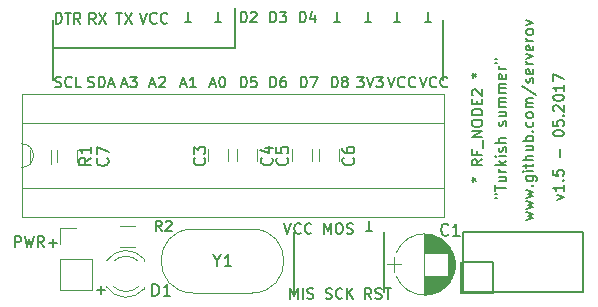
<source format=gto>
G04 #@! TF.FileFunction,Legend,Top*
%FSLAX46Y46*%
G04 Gerber Fmt 4.6, Leading zero omitted, Abs format (unit mm)*
G04 Created by KiCad (PCBNEW 4.0.6) date 05/18/17 21:56:45*
%MOMM*%
%LPD*%
G01*
G04 APERTURE LIST*
%ADD10C,0.100000*%
%ADD11C,0.200000*%
%ADD12C,0.150000*%
%ADD13C,0.120000*%
G04 APERTURE END LIST*
D10*
D11*
X119700000Y-69400000D02*
X104300000Y-69400000D01*
D12*
X101042858Y-86207143D02*
X101042858Y-85307143D01*
X101385715Y-85307143D01*
X101471429Y-85350000D01*
X101514286Y-85392857D01*
X101557143Y-85478571D01*
X101557143Y-85607143D01*
X101514286Y-85692857D01*
X101471429Y-85735714D01*
X101385715Y-85778571D01*
X101042858Y-85778571D01*
X101857143Y-85307143D02*
X102071429Y-86207143D01*
X102242858Y-85564286D01*
X102414286Y-86207143D01*
X102628572Y-85307143D01*
X103485714Y-86207143D02*
X103185714Y-85778571D01*
X102971429Y-86207143D02*
X102971429Y-85307143D01*
X103314286Y-85307143D01*
X103400000Y-85350000D01*
X103442857Y-85392857D01*
X103485714Y-85478571D01*
X103485714Y-85607143D01*
X103442857Y-85692857D01*
X103400000Y-85735714D01*
X103314286Y-85778571D01*
X102971429Y-85778571D01*
X103871429Y-85864286D02*
X104557143Y-85864286D01*
X104214286Y-86207143D02*
X104214286Y-85521429D01*
X107957143Y-89864286D02*
X108642857Y-89864286D01*
X108300000Y-90207143D02*
X108300000Y-89521429D01*
X141707143Y-82071427D02*
X141878571Y-82071427D01*
X141707143Y-81728570D02*
X141878571Y-81728570D01*
X141707143Y-81471428D02*
X141707143Y-80957142D01*
X142607143Y-81214285D02*
X141707143Y-81214285D01*
X142007143Y-80271428D02*
X142607143Y-80271428D01*
X142007143Y-80657142D02*
X142478571Y-80657142D01*
X142564286Y-80614285D01*
X142607143Y-80528571D01*
X142607143Y-80399999D01*
X142564286Y-80314285D01*
X142521429Y-80271428D01*
X142607143Y-79842856D02*
X142007143Y-79842856D01*
X142178571Y-79842856D02*
X142092857Y-79799999D01*
X142050000Y-79757142D01*
X142007143Y-79671428D01*
X142007143Y-79585713D01*
X142607143Y-79285713D02*
X141707143Y-79285713D01*
X142264286Y-79199999D02*
X142607143Y-78942856D01*
X142007143Y-78942856D02*
X142350000Y-79285713D01*
X142607143Y-78557142D02*
X142007143Y-78557142D01*
X141707143Y-78557142D02*
X141750000Y-78599999D01*
X141792857Y-78557142D01*
X141750000Y-78514285D01*
X141707143Y-78557142D01*
X141792857Y-78557142D01*
X142564286Y-78171428D02*
X142607143Y-78085714D01*
X142607143Y-77914286D01*
X142564286Y-77828571D01*
X142478571Y-77785714D01*
X142435714Y-77785714D01*
X142350000Y-77828571D01*
X142307143Y-77914286D01*
X142307143Y-78042857D01*
X142264286Y-78128571D01*
X142178571Y-78171428D01*
X142135714Y-78171428D01*
X142050000Y-78128571D01*
X142007143Y-78042857D01*
X142007143Y-77914286D01*
X142050000Y-77828571D01*
X142607143Y-77400000D02*
X141707143Y-77400000D01*
X142607143Y-77014286D02*
X142135714Y-77014286D01*
X142050000Y-77057143D01*
X142007143Y-77142857D01*
X142007143Y-77271429D01*
X142050000Y-77357143D01*
X142092857Y-77400000D01*
X142564286Y-75942857D02*
X142607143Y-75857143D01*
X142607143Y-75685715D01*
X142564286Y-75600000D01*
X142478571Y-75557143D01*
X142435714Y-75557143D01*
X142350000Y-75600000D01*
X142307143Y-75685715D01*
X142307143Y-75814286D01*
X142264286Y-75900000D01*
X142178571Y-75942857D01*
X142135714Y-75942857D01*
X142050000Y-75900000D01*
X142007143Y-75814286D01*
X142007143Y-75685715D01*
X142050000Y-75600000D01*
X142007143Y-74785715D02*
X142607143Y-74785715D01*
X142007143Y-75171429D02*
X142478571Y-75171429D01*
X142564286Y-75128572D01*
X142607143Y-75042858D01*
X142607143Y-74914286D01*
X142564286Y-74828572D01*
X142521429Y-74785715D01*
X142607143Y-74357143D02*
X142007143Y-74357143D01*
X142092857Y-74357143D02*
X142050000Y-74314286D01*
X142007143Y-74228572D01*
X142007143Y-74100000D01*
X142050000Y-74014286D01*
X142135714Y-73971429D01*
X142607143Y-73971429D01*
X142135714Y-73971429D02*
X142050000Y-73928572D01*
X142007143Y-73842858D01*
X142007143Y-73714286D01*
X142050000Y-73628572D01*
X142135714Y-73585715D01*
X142607143Y-73585715D01*
X142607143Y-73157143D02*
X142007143Y-73157143D01*
X142092857Y-73157143D02*
X142050000Y-73114286D01*
X142007143Y-73028572D01*
X142007143Y-72900000D01*
X142050000Y-72814286D01*
X142135714Y-72771429D01*
X142607143Y-72771429D01*
X142135714Y-72771429D02*
X142050000Y-72728572D01*
X142007143Y-72642858D01*
X142007143Y-72514286D01*
X142050000Y-72428572D01*
X142135714Y-72385715D01*
X142607143Y-72385715D01*
X142564286Y-71614286D02*
X142607143Y-71700000D01*
X142607143Y-71871429D01*
X142564286Y-71957143D01*
X142478571Y-72000000D01*
X142135714Y-72000000D01*
X142050000Y-71957143D01*
X142007143Y-71871429D01*
X142007143Y-71700000D01*
X142050000Y-71614286D01*
X142135714Y-71571429D01*
X142221429Y-71571429D01*
X142307143Y-72000000D01*
X142607143Y-71185714D02*
X142007143Y-71185714D01*
X142178571Y-71185714D02*
X142092857Y-71142857D01*
X142050000Y-71100000D01*
X142007143Y-71014286D01*
X142007143Y-70928571D01*
X141707143Y-70671428D02*
X141878571Y-70671428D01*
X141707143Y-70328571D02*
X141878571Y-70328571D01*
X146907143Y-82214286D02*
X147507143Y-82000000D01*
X146907143Y-81785714D01*
X147507143Y-80971429D02*
X147507143Y-81485714D01*
X147507143Y-81228572D02*
X146607143Y-81228572D01*
X146735714Y-81314286D01*
X146821429Y-81400000D01*
X146864286Y-81485714D01*
X147421429Y-80585714D02*
X147464286Y-80542857D01*
X147507143Y-80585714D01*
X147464286Y-80628571D01*
X147421429Y-80585714D01*
X147507143Y-80585714D01*
X146607143Y-79728572D02*
X146607143Y-80157143D01*
X147035714Y-80200000D01*
X146992857Y-80157143D01*
X146950000Y-80071429D01*
X146950000Y-79857143D01*
X146992857Y-79771429D01*
X147035714Y-79728572D01*
X147121429Y-79685715D01*
X147335714Y-79685715D01*
X147421429Y-79728572D01*
X147464286Y-79771429D01*
X147507143Y-79857143D01*
X147507143Y-80071429D01*
X147464286Y-80157143D01*
X147421429Y-80200000D01*
X147164286Y-78614286D02*
X147164286Y-77928572D01*
X146607143Y-76642858D02*
X146607143Y-76557143D01*
X146650000Y-76471429D01*
X146692857Y-76428572D01*
X146778571Y-76385715D01*
X146950000Y-76342858D01*
X147164286Y-76342858D01*
X147335714Y-76385715D01*
X147421429Y-76428572D01*
X147464286Y-76471429D01*
X147507143Y-76557143D01*
X147507143Y-76642858D01*
X147464286Y-76728572D01*
X147421429Y-76771429D01*
X147335714Y-76814286D01*
X147164286Y-76857143D01*
X146950000Y-76857143D01*
X146778571Y-76814286D01*
X146692857Y-76771429D01*
X146650000Y-76728572D01*
X146607143Y-76642858D01*
X146607143Y-75528572D02*
X146607143Y-75957143D01*
X147035714Y-76000000D01*
X146992857Y-75957143D01*
X146950000Y-75871429D01*
X146950000Y-75657143D01*
X146992857Y-75571429D01*
X147035714Y-75528572D01*
X147121429Y-75485715D01*
X147335714Y-75485715D01*
X147421429Y-75528572D01*
X147464286Y-75571429D01*
X147507143Y-75657143D01*
X147507143Y-75871429D01*
X147464286Y-75957143D01*
X147421429Y-76000000D01*
X147421429Y-75100000D02*
X147464286Y-75057143D01*
X147507143Y-75100000D01*
X147464286Y-75142857D01*
X147421429Y-75100000D01*
X147507143Y-75100000D01*
X146692857Y-74714286D02*
X146650000Y-74671429D01*
X146607143Y-74585715D01*
X146607143Y-74371429D01*
X146650000Y-74285715D01*
X146692857Y-74242858D01*
X146778571Y-74200001D01*
X146864286Y-74200001D01*
X146992857Y-74242858D01*
X147507143Y-74757144D01*
X147507143Y-74200001D01*
X146607143Y-73642858D02*
X146607143Y-73557143D01*
X146650000Y-73471429D01*
X146692857Y-73428572D01*
X146778571Y-73385715D01*
X146950000Y-73342858D01*
X147164286Y-73342858D01*
X147335714Y-73385715D01*
X147421429Y-73428572D01*
X147464286Y-73471429D01*
X147507143Y-73557143D01*
X147507143Y-73642858D01*
X147464286Y-73728572D01*
X147421429Y-73771429D01*
X147335714Y-73814286D01*
X147164286Y-73857143D01*
X146950000Y-73857143D01*
X146778571Y-73814286D01*
X146692857Y-73771429D01*
X146650000Y-73728572D01*
X146607143Y-73642858D01*
X147507143Y-72485715D02*
X147507143Y-73000000D01*
X147507143Y-72742858D02*
X146607143Y-72742858D01*
X146735714Y-72828572D01*
X146821429Y-72914286D01*
X146864286Y-73000000D01*
X146607143Y-72185715D02*
X146607143Y-71585715D01*
X147507143Y-71971429D01*
X139707143Y-80535714D02*
X139921429Y-80535714D01*
X139835714Y-80750000D02*
X139921429Y-80535714D01*
X139835714Y-80321428D01*
X140092857Y-80664285D02*
X139921429Y-80535714D01*
X140092857Y-80407142D01*
X140607143Y-78778572D02*
X140178571Y-79078572D01*
X140607143Y-79292857D02*
X139707143Y-79292857D01*
X139707143Y-78950000D01*
X139750000Y-78864286D01*
X139792857Y-78821429D01*
X139878571Y-78778572D01*
X140007143Y-78778572D01*
X140092857Y-78821429D01*
X140135714Y-78864286D01*
X140178571Y-78950000D01*
X140178571Y-79292857D01*
X140135714Y-78092857D02*
X140135714Y-78392857D01*
X140607143Y-78392857D02*
X139707143Y-78392857D01*
X139707143Y-77964286D01*
X140692857Y-77835714D02*
X140692857Y-77150000D01*
X140607143Y-76935714D02*
X139707143Y-76935714D01*
X140607143Y-76421429D01*
X139707143Y-76421429D01*
X139707143Y-75821429D02*
X139707143Y-75650000D01*
X139750000Y-75564286D01*
X139835714Y-75478572D01*
X140007143Y-75435714D01*
X140307143Y-75435714D01*
X140478571Y-75478572D01*
X140564286Y-75564286D01*
X140607143Y-75650000D01*
X140607143Y-75821429D01*
X140564286Y-75907143D01*
X140478571Y-75992857D01*
X140307143Y-76035714D01*
X140007143Y-76035714D01*
X139835714Y-75992857D01*
X139750000Y-75907143D01*
X139707143Y-75821429D01*
X140607143Y-75050000D02*
X139707143Y-75050000D01*
X139707143Y-74835715D01*
X139750000Y-74707143D01*
X139835714Y-74621429D01*
X139921429Y-74578572D01*
X140092857Y-74535715D01*
X140221429Y-74535715D01*
X140392857Y-74578572D01*
X140478571Y-74621429D01*
X140564286Y-74707143D01*
X140607143Y-74835715D01*
X140607143Y-75050000D01*
X140135714Y-74150000D02*
X140135714Y-73850000D01*
X140607143Y-73721429D02*
X140607143Y-74150000D01*
X139707143Y-74150000D01*
X139707143Y-73721429D01*
X139792857Y-73378571D02*
X139750000Y-73335714D01*
X139707143Y-73250000D01*
X139707143Y-73035714D01*
X139750000Y-72950000D01*
X139792857Y-72907143D01*
X139878571Y-72864286D01*
X139964286Y-72864286D01*
X140092857Y-72907143D01*
X140607143Y-73421429D01*
X140607143Y-72864286D01*
X139707143Y-71664286D02*
X139921429Y-71664286D01*
X139835714Y-71878572D02*
X139921429Y-71664286D01*
X139835714Y-71450000D01*
X140092857Y-71792857D02*
X139921429Y-71664286D01*
X140092857Y-71535714D01*
X144307143Y-83964286D02*
X144907143Y-83792857D01*
X144478571Y-83621428D01*
X144907143Y-83450000D01*
X144307143Y-83278571D01*
X144307143Y-83021429D02*
X144907143Y-82850000D01*
X144478571Y-82678571D01*
X144907143Y-82507143D01*
X144307143Y-82335714D01*
X144307143Y-82078572D02*
X144907143Y-81907143D01*
X144478571Y-81735714D01*
X144907143Y-81564286D01*
X144307143Y-81392857D01*
X144821429Y-81050000D02*
X144864286Y-81007143D01*
X144907143Y-81050000D01*
X144864286Y-81092857D01*
X144821429Y-81050000D01*
X144907143Y-81050000D01*
X144307143Y-80235715D02*
X145035714Y-80235715D01*
X145121429Y-80278572D01*
X145164286Y-80321429D01*
X145207143Y-80407144D01*
X145207143Y-80535715D01*
X145164286Y-80621429D01*
X144864286Y-80235715D02*
X144907143Y-80321429D01*
X144907143Y-80492858D01*
X144864286Y-80578572D01*
X144821429Y-80621429D01*
X144735714Y-80664286D01*
X144478571Y-80664286D01*
X144392857Y-80621429D01*
X144350000Y-80578572D01*
X144307143Y-80492858D01*
X144307143Y-80321429D01*
X144350000Y-80235715D01*
X144907143Y-79807143D02*
X144307143Y-79807143D01*
X144007143Y-79807143D02*
X144050000Y-79850000D01*
X144092857Y-79807143D01*
X144050000Y-79764286D01*
X144007143Y-79807143D01*
X144092857Y-79807143D01*
X144307143Y-79507144D02*
X144307143Y-79164287D01*
X144007143Y-79378572D02*
X144778571Y-79378572D01*
X144864286Y-79335715D01*
X144907143Y-79250001D01*
X144907143Y-79164287D01*
X144907143Y-78864286D02*
X144007143Y-78864286D01*
X144907143Y-78478572D02*
X144435714Y-78478572D01*
X144350000Y-78521429D01*
X144307143Y-78607143D01*
X144307143Y-78735715D01*
X144350000Y-78821429D01*
X144392857Y-78864286D01*
X144307143Y-77664286D02*
X144907143Y-77664286D01*
X144307143Y-78050000D02*
X144778571Y-78050000D01*
X144864286Y-78007143D01*
X144907143Y-77921429D01*
X144907143Y-77792857D01*
X144864286Y-77707143D01*
X144821429Y-77664286D01*
X144907143Y-77235714D02*
X144007143Y-77235714D01*
X144350000Y-77235714D02*
X144307143Y-77150000D01*
X144307143Y-76978571D01*
X144350000Y-76892857D01*
X144392857Y-76850000D01*
X144478571Y-76807143D01*
X144735714Y-76807143D01*
X144821429Y-76850000D01*
X144864286Y-76892857D01*
X144907143Y-76978571D01*
X144907143Y-77150000D01*
X144864286Y-77235714D01*
X144821429Y-76421428D02*
X144864286Y-76378571D01*
X144907143Y-76421428D01*
X144864286Y-76464285D01*
X144821429Y-76421428D01*
X144907143Y-76421428D01*
X144864286Y-75607143D02*
X144907143Y-75692857D01*
X144907143Y-75864286D01*
X144864286Y-75950000D01*
X144821429Y-75992857D01*
X144735714Y-76035714D01*
X144478571Y-76035714D01*
X144392857Y-75992857D01*
X144350000Y-75950000D01*
X144307143Y-75864286D01*
X144307143Y-75692857D01*
X144350000Y-75607143D01*
X144907143Y-75092857D02*
X144864286Y-75178571D01*
X144821429Y-75221428D01*
X144735714Y-75264285D01*
X144478571Y-75264285D01*
X144392857Y-75221428D01*
X144350000Y-75178571D01*
X144307143Y-75092857D01*
X144307143Y-74964285D01*
X144350000Y-74878571D01*
X144392857Y-74835714D01*
X144478571Y-74792857D01*
X144735714Y-74792857D01*
X144821429Y-74835714D01*
X144864286Y-74878571D01*
X144907143Y-74964285D01*
X144907143Y-75092857D01*
X144907143Y-74407142D02*
X144307143Y-74407142D01*
X144392857Y-74407142D02*
X144350000Y-74364285D01*
X144307143Y-74278571D01*
X144307143Y-74149999D01*
X144350000Y-74064285D01*
X144435714Y-74021428D01*
X144907143Y-74021428D01*
X144435714Y-74021428D02*
X144350000Y-73978571D01*
X144307143Y-73892857D01*
X144307143Y-73764285D01*
X144350000Y-73678571D01*
X144435714Y-73635714D01*
X144907143Y-73635714D01*
X143964286Y-72564285D02*
X145121429Y-73335714D01*
X144864286Y-72307142D02*
X144907143Y-72221428D01*
X144907143Y-72050000D01*
X144864286Y-71964285D01*
X144778571Y-71921428D01*
X144735714Y-71921428D01*
X144650000Y-71964285D01*
X144607143Y-72050000D01*
X144607143Y-72178571D01*
X144564286Y-72264285D01*
X144478571Y-72307142D01*
X144435714Y-72307142D01*
X144350000Y-72264285D01*
X144307143Y-72178571D01*
X144307143Y-72050000D01*
X144350000Y-71964285D01*
X144864286Y-71192857D02*
X144907143Y-71278571D01*
X144907143Y-71450000D01*
X144864286Y-71535714D01*
X144778571Y-71578571D01*
X144435714Y-71578571D01*
X144350000Y-71535714D01*
X144307143Y-71450000D01*
X144307143Y-71278571D01*
X144350000Y-71192857D01*
X144435714Y-71150000D01*
X144521429Y-71150000D01*
X144607143Y-71578571D01*
X144907143Y-70764285D02*
X144307143Y-70764285D01*
X144478571Y-70764285D02*
X144392857Y-70721428D01*
X144350000Y-70678571D01*
X144307143Y-70592857D01*
X144307143Y-70507142D01*
X144307143Y-70292857D02*
X144907143Y-70078571D01*
X144307143Y-69864285D01*
X144864286Y-69178571D02*
X144907143Y-69264285D01*
X144907143Y-69435714D01*
X144864286Y-69521428D01*
X144778571Y-69564285D01*
X144435714Y-69564285D01*
X144350000Y-69521428D01*
X144307143Y-69435714D01*
X144307143Y-69264285D01*
X144350000Y-69178571D01*
X144435714Y-69135714D01*
X144521429Y-69135714D01*
X144607143Y-69564285D01*
X144907143Y-68749999D02*
X144307143Y-68749999D01*
X144478571Y-68749999D02*
X144392857Y-68707142D01*
X144350000Y-68664285D01*
X144307143Y-68578571D01*
X144307143Y-68492856D01*
X144907143Y-68064285D02*
X144864286Y-68149999D01*
X144821429Y-68192856D01*
X144735714Y-68235713D01*
X144478571Y-68235713D01*
X144392857Y-68192856D01*
X144350000Y-68149999D01*
X144307143Y-68064285D01*
X144307143Y-67935713D01*
X144350000Y-67849999D01*
X144392857Y-67807142D01*
X144478571Y-67764285D01*
X144735714Y-67764285D01*
X144821429Y-67807142D01*
X144864286Y-67849999D01*
X144907143Y-67935713D01*
X144907143Y-68064285D01*
X144307143Y-67464285D02*
X144907143Y-67249999D01*
X144307143Y-67035713D01*
X131207143Y-90607143D02*
X130907143Y-90178571D01*
X130692858Y-90607143D02*
X130692858Y-89707143D01*
X131035715Y-89707143D01*
X131121429Y-89750000D01*
X131164286Y-89792857D01*
X131207143Y-89878571D01*
X131207143Y-90007143D01*
X131164286Y-90092857D01*
X131121429Y-90135714D01*
X131035715Y-90178571D01*
X130692858Y-90178571D01*
X131550001Y-90564286D02*
X131678572Y-90607143D01*
X131892858Y-90607143D01*
X131978572Y-90564286D01*
X132021429Y-90521429D01*
X132064286Y-90435714D01*
X132064286Y-90350000D01*
X132021429Y-90264286D01*
X131978572Y-90221429D01*
X131892858Y-90178571D01*
X131721429Y-90135714D01*
X131635715Y-90092857D01*
X131592858Y-90050000D01*
X131550001Y-89964286D01*
X131550001Y-89878571D01*
X131592858Y-89792857D01*
X131635715Y-89750000D01*
X131721429Y-89707143D01*
X131935715Y-89707143D01*
X132064286Y-89750000D01*
X132321429Y-89707143D02*
X132835715Y-89707143D01*
X132578572Y-90607143D02*
X132578572Y-89707143D01*
X127342858Y-90564286D02*
X127471429Y-90607143D01*
X127685715Y-90607143D01*
X127771429Y-90564286D01*
X127814286Y-90521429D01*
X127857143Y-90435714D01*
X127857143Y-90350000D01*
X127814286Y-90264286D01*
X127771429Y-90221429D01*
X127685715Y-90178571D01*
X127514286Y-90135714D01*
X127428572Y-90092857D01*
X127385715Y-90050000D01*
X127342858Y-89964286D01*
X127342858Y-89878571D01*
X127385715Y-89792857D01*
X127428572Y-89750000D01*
X127514286Y-89707143D01*
X127728572Y-89707143D01*
X127857143Y-89750000D01*
X128757143Y-90521429D02*
X128714286Y-90564286D01*
X128585715Y-90607143D01*
X128500001Y-90607143D01*
X128371429Y-90564286D01*
X128285715Y-90478571D01*
X128242858Y-90392857D01*
X128200001Y-90221429D01*
X128200001Y-90092857D01*
X128242858Y-89921429D01*
X128285715Y-89835714D01*
X128371429Y-89750000D01*
X128500001Y-89707143D01*
X128585715Y-89707143D01*
X128714286Y-89750000D01*
X128757143Y-89792857D01*
X129142858Y-90607143D02*
X129142858Y-89707143D01*
X129657143Y-90607143D02*
X129271429Y-90092857D01*
X129657143Y-89707143D02*
X129142858Y-90221429D01*
X124357144Y-90607143D02*
X124357144Y-89707143D01*
X124657144Y-90350000D01*
X124957144Y-89707143D01*
X124957144Y-90607143D01*
X125385715Y-90607143D02*
X125385715Y-89707143D01*
X125771429Y-90564286D02*
X125900000Y-90607143D01*
X126114286Y-90607143D01*
X126200000Y-90564286D01*
X126242857Y-90521429D01*
X126285714Y-90435714D01*
X126285714Y-90350000D01*
X126242857Y-90264286D01*
X126200000Y-90221429D01*
X126114286Y-90178571D01*
X125942857Y-90135714D01*
X125857143Y-90092857D01*
X125814286Y-90050000D01*
X125771429Y-89964286D01*
X125771429Y-89878571D01*
X125814286Y-89792857D01*
X125857143Y-89750000D01*
X125942857Y-89707143D01*
X126157143Y-89707143D01*
X126285714Y-89750000D01*
X131257143Y-84892857D02*
X130742857Y-84892857D01*
X131000000Y-83992857D02*
X131000000Y-84892857D01*
X127200001Y-85107143D02*
X127200001Y-84207143D01*
X127500001Y-84850000D01*
X127800001Y-84207143D01*
X127800001Y-85107143D01*
X128400000Y-84207143D02*
X128571429Y-84207143D01*
X128657143Y-84250000D01*
X128742857Y-84335714D01*
X128785715Y-84507143D01*
X128785715Y-84807143D01*
X128742857Y-84978571D01*
X128657143Y-85064286D01*
X128571429Y-85107143D01*
X128400000Y-85107143D01*
X128314286Y-85064286D01*
X128228572Y-84978571D01*
X128185715Y-84807143D01*
X128185715Y-84507143D01*
X128228572Y-84335714D01*
X128314286Y-84250000D01*
X128400000Y-84207143D01*
X129128572Y-85064286D02*
X129257143Y-85107143D01*
X129471429Y-85107143D01*
X129557143Y-85064286D01*
X129600000Y-85021429D01*
X129642857Y-84935714D01*
X129642857Y-84850000D01*
X129600000Y-84764286D01*
X129557143Y-84721429D01*
X129471429Y-84678571D01*
X129300000Y-84635714D01*
X129214286Y-84592857D01*
X129171429Y-84550000D01*
X129128572Y-84464286D01*
X129128572Y-84378571D01*
X129171429Y-84292857D01*
X129214286Y-84250000D01*
X129300000Y-84207143D01*
X129514286Y-84207143D01*
X129642857Y-84250000D01*
X123800000Y-84207143D02*
X124100000Y-85107143D01*
X124400000Y-84207143D01*
X125214286Y-85021429D02*
X125171429Y-85064286D01*
X125042858Y-85107143D01*
X124957144Y-85107143D01*
X124828572Y-85064286D01*
X124742858Y-84978571D01*
X124700001Y-84892857D01*
X124657144Y-84721429D01*
X124657144Y-84592857D01*
X124700001Y-84421429D01*
X124742858Y-84335714D01*
X124828572Y-84250000D01*
X124957144Y-84207143D01*
X125042858Y-84207143D01*
X125171429Y-84250000D01*
X125214286Y-84292857D01*
X126114286Y-85021429D02*
X126071429Y-85064286D01*
X125942858Y-85107143D01*
X125857144Y-85107143D01*
X125728572Y-85064286D01*
X125642858Y-84978571D01*
X125600001Y-84892857D01*
X125557144Y-84721429D01*
X125557144Y-84592857D01*
X125600001Y-84421429D01*
X125642858Y-84335714D01*
X125728572Y-84250000D01*
X125857144Y-84207143D01*
X125942858Y-84207143D01*
X126071429Y-84250000D01*
X126114286Y-84292857D01*
X129985714Y-71807143D02*
X130542857Y-71807143D01*
X130242857Y-72150000D01*
X130371429Y-72150000D01*
X130457143Y-72192857D01*
X130500000Y-72235714D01*
X130542857Y-72321429D01*
X130542857Y-72535714D01*
X130500000Y-72621429D01*
X130457143Y-72664286D01*
X130371429Y-72707143D01*
X130114286Y-72707143D01*
X130028572Y-72664286D01*
X129985714Y-72621429D01*
X130800000Y-71807143D02*
X131100000Y-72707143D01*
X131400000Y-71807143D01*
X131614286Y-71807143D02*
X132171429Y-71807143D01*
X131871429Y-72150000D01*
X132000001Y-72150000D01*
X132085715Y-72192857D01*
X132128572Y-72235714D01*
X132171429Y-72321429D01*
X132171429Y-72535714D01*
X132128572Y-72621429D01*
X132085715Y-72664286D01*
X132000001Y-72707143D01*
X131742858Y-72707143D01*
X131657144Y-72664286D01*
X131614286Y-72621429D01*
X132600000Y-71807143D02*
X132900000Y-72707143D01*
X133200000Y-71807143D01*
X134014286Y-72621429D02*
X133971429Y-72664286D01*
X133842858Y-72707143D01*
X133757144Y-72707143D01*
X133628572Y-72664286D01*
X133542858Y-72578571D01*
X133500001Y-72492857D01*
X133457144Y-72321429D01*
X133457144Y-72192857D01*
X133500001Y-72021429D01*
X133542858Y-71935714D01*
X133628572Y-71850000D01*
X133757144Y-71807143D01*
X133842858Y-71807143D01*
X133971429Y-71850000D01*
X134014286Y-71892857D01*
X134914286Y-72621429D02*
X134871429Y-72664286D01*
X134742858Y-72707143D01*
X134657144Y-72707143D01*
X134528572Y-72664286D01*
X134442858Y-72578571D01*
X134400001Y-72492857D01*
X134357144Y-72321429D01*
X134357144Y-72192857D01*
X134400001Y-72021429D01*
X134442858Y-71935714D01*
X134528572Y-71850000D01*
X134657144Y-71807143D01*
X134742858Y-71807143D01*
X134871429Y-71850000D01*
X134914286Y-71892857D01*
X135300000Y-71807143D02*
X135600000Y-72707143D01*
X135900000Y-71807143D01*
X136714286Y-72621429D02*
X136671429Y-72664286D01*
X136542858Y-72707143D01*
X136457144Y-72707143D01*
X136328572Y-72664286D01*
X136242858Y-72578571D01*
X136200001Y-72492857D01*
X136157144Y-72321429D01*
X136157144Y-72192857D01*
X136200001Y-72021429D01*
X136242858Y-71935714D01*
X136328572Y-71850000D01*
X136457144Y-71807143D01*
X136542858Y-71807143D01*
X136671429Y-71850000D01*
X136714286Y-71892857D01*
X137614286Y-72621429D02*
X137571429Y-72664286D01*
X137442858Y-72707143D01*
X137357144Y-72707143D01*
X137228572Y-72664286D01*
X137142858Y-72578571D01*
X137100001Y-72492857D01*
X137057144Y-72321429D01*
X137057144Y-72192857D01*
X137100001Y-72021429D01*
X137142858Y-71935714D01*
X137228572Y-71850000D01*
X137357144Y-71807143D01*
X137442858Y-71807143D01*
X137571429Y-71850000D01*
X137614286Y-71892857D01*
X127835715Y-72707143D02*
X127835715Y-71807143D01*
X128050000Y-71807143D01*
X128178572Y-71850000D01*
X128264286Y-71935714D01*
X128307143Y-72021429D01*
X128350000Y-72192857D01*
X128350000Y-72321429D01*
X128307143Y-72492857D01*
X128264286Y-72578571D01*
X128178572Y-72664286D01*
X128050000Y-72707143D01*
X127835715Y-72707143D01*
X128864286Y-72192857D02*
X128778572Y-72150000D01*
X128735715Y-72107143D01*
X128692858Y-72021429D01*
X128692858Y-71978571D01*
X128735715Y-71892857D01*
X128778572Y-71850000D01*
X128864286Y-71807143D01*
X129035715Y-71807143D01*
X129121429Y-71850000D01*
X129164286Y-71892857D01*
X129207143Y-71978571D01*
X129207143Y-72021429D01*
X129164286Y-72107143D01*
X129121429Y-72150000D01*
X129035715Y-72192857D01*
X128864286Y-72192857D01*
X128778572Y-72235714D01*
X128735715Y-72278571D01*
X128692858Y-72364286D01*
X128692858Y-72535714D01*
X128735715Y-72621429D01*
X128778572Y-72664286D01*
X128864286Y-72707143D01*
X129035715Y-72707143D01*
X129121429Y-72664286D01*
X129164286Y-72621429D01*
X129207143Y-72535714D01*
X129207143Y-72364286D01*
X129164286Y-72278571D01*
X129121429Y-72235714D01*
X129035715Y-72192857D01*
X125235715Y-72707143D02*
X125235715Y-71807143D01*
X125450000Y-71807143D01*
X125578572Y-71850000D01*
X125664286Y-71935714D01*
X125707143Y-72021429D01*
X125750000Y-72192857D01*
X125750000Y-72321429D01*
X125707143Y-72492857D01*
X125664286Y-72578571D01*
X125578572Y-72664286D01*
X125450000Y-72707143D01*
X125235715Y-72707143D01*
X126050000Y-71807143D02*
X126650000Y-71807143D01*
X126264286Y-72707143D01*
X122635715Y-72707143D02*
X122635715Y-71807143D01*
X122850000Y-71807143D01*
X122978572Y-71850000D01*
X123064286Y-71935714D01*
X123107143Y-72021429D01*
X123150000Y-72192857D01*
X123150000Y-72321429D01*
X123107143Y-72492857D01*
X123064286Y-72578571D01*
X122978572Y-72664286D01*
X122850000Y-72707143D01*
X122635715Y-72707143D01*
X123921429Y-71807143D02*
X123750000Y-71807143D01*
X123664286Y-71850000D01*
X123621429Y-71892857D01*
X123535715Y-72021429D01*
X123492858Y-72192857D01*
X123492858Y-72535714D01*
X123535715Y-72621429D01*
X123578572Y-72664286D01*
X123664286Y-72707143D01*
X123835715Y-72707143D01*
X123921429Y-72664286D01*
X123964286Y-72621429D01*
X124007143Y-72535714D01*
X124007143Y-72321429D01*
X123964286Y-72235714D01*
X123921429Y-72192857D01*
X123835715Y-72150000D01*
X123664286Y-72150000D01*
X123578572Y-72192857D01*
X123535715Y-72235714D01*
X123492858Y-72321429D01*
X120135715Y-72707143D02*
X120135715Y-71807143D01*
X120350000Y-71807143D01*
X120478572Y-71850000D01*
X120564286Y-71935714D01*
X120607143Y-72021429D01*
X120650000Y-72192857D01*
X120650000Y-72321429D01*
X120607143Y-72492857D01*
X120564286Y-72578571D01*
X120478572Y-72664286D01*
X120350000Y-72707143D01*
X120135715Y-72707143D01*
X121464286Y-71807143D02*
X121035715Y-71807143D01*
X120992858Y-72235714D01*
X121035715Y-72192857D01*
X121121429Y-72150000D01*
X121335715Y-72150000D01*
X121421429Y-72192857D01*
X121464286Y-72235714D01*
X121507143Y-72321429D01*
X121507143Y-72535714D01*
X121464286Y-72621429D01*
X121421429Y-72664286D01*
X121335715Y-72707143D01*
X121121429Y-72707143D01*
X121035715Y-72664286D01*
X120992858Y-72621429D01*
X117557143Y-72450000D02*
X117985714Y-72450000D01*
X117471428Y-72707143D02*
X117771428Y-71807143D01*
X118071428Y-72707143D01*
X118542857Y-71807143D02*
X118628572Y-71807143D01*
X118714286Y-71850000D01*
X118757143Y-71892857D01*
X118800000Y-71978571D01*
X118842857Y-72150000D01*
X118842857Y-72364286D01*
X118800000Y-72535714D01*
X118757143Y-72621429D01*
X118714286Y-72664286D01*
X118628572Y-72707143D01*
X118542857Y-72707143D01*
X118457143Y-72664286D01*
X118414286Y-72621429D01*
X118371429Y-72535714D01*
X118328572Y-72364286D01*
X118328572Y-72150000D01*
X118371429Y-71978571D01*
X118414286Y-71892857D01*
X118457143Y-71850000D01*
X118542857Y-71807143D01*
X115057143Y-72450000D02*
X115485714Y-72450000D01*
X114971428Y-72707143D02*
X115271428Y-71807143D01*
X115571428Y-72707143D01*
X116342857Y-72707143D02*
X115828572Y-72707143D01*
X116085714Y-72707143D02*
X116085714Y-71807143D01*
X116000000Y-71935714D01*
X115914286Y-72021429D01*
X115828572Y-72064286D01*
X112457143Y-72450000D02*
X112885714Y-72450000D01*
X112371428Y-72707143D02*
X112671428Y-71807143D01*
X112971428Y-72707143D01*
X113228572Y-71892857D02*
X113271429Y-71850000D01*
X113357143Y-71807143D01*
X113571429Y-71807143D01*
X113657143Y-71850000D01*
X113700000Y-71892857D01*
X113742857Y-71978571D01*
X113742857Y-72064286D01*
X113700000Y-72192857D01*
X113185714Y-72707143D01*
X113742857Y-72707143D01*
X110057143Y-72450000D02*
X110485714Y-72450000D01*
X109971428Y-72707143D02*
X110271428Y-71807143D01*
X110571428Y-72707143D01*
X110785714Y-71807143D02*
X111342857Y-71807143D01*
X111042857Y-72150000D01*
X111171429Y-72150000D01*
X111257143Y-72192857D01*
X111300000Y-72235714D01*
X111342857Y-72321429D01*
X111342857Y-72535714D01*
X111300000Y-72621429D01*
X111257143Y-72664286D01*
X111171429Y-72707143D01*
X110914286Y-72707143D01*
X110828572Y-72664286D01*
X110785714Y-72621429D01*
X107207143Y-72664286D02*
X107335714Y-72707143D01*
X107550000Y-72707143D01*
X107635714Y-72664286D01*
X107678571Y-72621429D01*
X107721428Y-72535714D01*
X107721428Y-72450000D01*
X107678571Y-72364286D01*
X107635714Y-72321429D01*
X107550000Y-72278571D01*
X107378571Y-72235714D01*
X107292857Y-72192857D01*
X107250000Y-72150000D01*
X107207143Y-72064286D01*
X107207143Y-71978571D01*
X107250000Y-71892857D01*
X107292857Y-71850000D01*
X107378571Y-71807143D01*
X107592857Y-71807143D01*
X107721428Y-71850000D01*
X108107143Y-72707143D02*
X108107143Y-71807143D01*
X108321428Y-71807143D01*
X108450000Y-71850000D01*
X108535714Y-71935714D01*
X108578571Y-72021429D01*
X108621428Y-72192857D01*
X108621428Y-72321429D01*
X108578571Y-72492857D01*
X108535714Y-72578571D01*
X108450000Y-72664286D01*
X108321428Y-72707143D01*
X108107143Y-72707143D01*
X108964286Y-72450000D02*
X109392857Y-72450000D01*
X108878571Y-72707143D02*
X109178571Y-71807143D01*
X109478571Y-72707143D01*
X104428572Y-72664286D02*
X104557143Y-72707143D01*
X104771429Y-72707143D01*
X104857143Y-72664286D01*
X104900000Y-72621429D01*
X104942857Y-72535714D01*
X104942857Y-72450000D01*
X104900000Y-72364286D01*
X104857143Y-72321429D01*
X104771429Y-72278571D01*
X104600000Y-72235714D01*
X104514286Y-72192857D01*
X104471429Y-72150000D01*
X104428572Y-72064286D01*
X104428572Y-71978571D01*
X104471429Y-71892857D01*
X104514286Y-71850000D01*
X104600000Y-71807143D01*
X104814286Y-71807143D01*
X104942857Y-71850000D01*
X105842857Y-72621429D02*
X105800000Y-72664286D01*
X105671429Y-72707143D01*
X105585715Y-72707143D01*
X105457143Y-72664286D01*
X105371429Y-72578571D01*
X105328572Y-72492857D01*
X105285715Y-72321429D01*
X105285715Y-72192857D01*
X105328572Y-72021429D01*
X105371429Y-71935714D01*
X105457143Y-71850000D01*
X105585715Y-71807143D01*
X105671429Y-71807143D01*
X105800000Y-71850000D01*
X105842857Y-71892857D01*
X106657143Y-72707143D02*
X106228572Y-72707143D01*
X106228572Y-71807143D01*
X136257143Y-67192857D02*
X135742857Y-67192857D01*
X136000000Y-66292857D02*
X136000000Y-67192857D01*
X133657143Y-67192857D02*
X133142857Y-67192857D01*
X133400000Y-66292857D02*
X133400000Y-67192857D01*
X131157143Y-67192857D02*
X130642857Y-67192857D01*
X130900000Y-66292857D02*
X130900000Y-67192857D01*
X128557143Y-67192857D02*
X128042857Y-67192857D01*
X128300000Y-66292857D02*
X128300000Y-67192857D01*
X118457143Y-67192857D02*
X117942857Y-67192857D01*
X118200000Y-66292857D02*
X118200000Y-67192857D01*
X115957143Y-67192857D02*
X115442857Y-67192857D01*
X115700000Y-66292857D02*
X115700000Y-67192857D01*
X125135715Y-67207143D02*
X125135715Y-66307143D01*
X125350000Y-66307143D01*
X125478572Y-66350000D01*
X125564286Y-66435714D01*
X125607143Y-66521429D01*
X125650000Y-66692857D01*
X125650000Y-66821429D01*
X125607143Y-66992857D01*
X125564286Y-67078571D01*
X125478572Y-67164286D01*
X125350000Y-67207143D01*
X125135715Y-67207143D01*
X126421429Y-66607143D02*
X126421429Y-67207143D01*
X126207143Y-66264286D02*
X125992858Y-66907143D01*
X126550000Y-66907143D01*
X122635715Y-67207143D02*
X122635715Y-66307143D01*
X122850000Y-66307143D01*
X122978572Y-66350000D01*
X123064286Y-66435714D01*
X123107143Y-66521429D01*
X123150000Y-66692857D01*
X123150000Y-66821429D01*
X123107143Y-66992857D01*
X123064286Y-67078571D01*
X122978572Y-67164286D01*
X122850000Y-67207143D01*
X122635715Y-67207143D01*
X123450000Y-66307143D02*
X124007143Y-66307143D01*
X123707143Y-66650000D01*
X123835715Y-66650000D01*
X123921429Y-66692857D01*
X123964286Y-66735714D01*
X124007143Y-66821429D01*
X124007143Y-67035714D01*
X123964286Y-67121429D01*
X123921429Y-67164286D01*
X123835715Y-67207143D01*
X123578572Y-67207143D01*
X123492858Y-67164286D01*
X123450000Y-67121429D01*
X120135715Y-67207143D02*
X120135715Y-66307143D01*
X120350000Y-66307143D01*
X120478572Y-66350000D01*
X120564286Y-66435714D01*
X120607143Y-66521429D01*
X120650000Y-66692857D01*
X120650000Y-66821429D01*
X120607143Y-66992857D01*
X120564286Y-67078571D01*
X120478572Y-67164286D01*
X120350000Y-67207143D01*
X120135715Y-67207143D01*
X120992858Y-66392857D02*
X121035715Y-66350000D01*
X121121429Y-66307143D01*
X121335715Y-66307143D01*
X121421429Y-66350000D01*
X121464286Y-66392857D01*
X121507143Y-66478571D01*
X121507143Y-66564286D01*
X121464286Y-66692857D01*
X120950000Y-67207143D01*
X121507143Y-67207143D01*
X111600000Y-66407143D02*
X111900000Y-67307143D01*
X112200000Y-66407143D01*
X113014286Y-67221429D02*
X112971429Y-67264286D01*
X112842858Y-67307143D01*
X112757144Y-67307143D01*
X112628572Y-67264286D01*
X112542858Y-67178571D01*
X112500001Y-67092857D01*
X112457144Y-66921429D01*
X112457144Y-66792857D01*
X112500001Y-66621429D01*
X112542858Y-66535714D01*
X112628572Y-66450000D01*
X112757144Y-66407143D01*
X112842858Y-66407143D01*
X112971429Y-66450000D01*
X113014286Y-66492857D01*
X113914286Y-67221429D02*
X113871429Y-67264286D01*
X113742858Y-67307143D01*
X113657144Y-67307143D01*
X113528572Y-67264286D01*
X113442858Y-67178571D01*
X113400001Y-67092857D01*
X113357144Y-66921429D01*
X113357144Y-66792857D01*
X113400001Y-66621429D01*
X113442858Y-66535714D01*
X113528572Y-66450000D01*
X113657144Y-66407143D01*
X113742858Y-66407143D01*
X113871429Y-66450000D01*
X113914286Y-66492857D01*
X109614286Y-66407143D02*
X110128572Y-66407143D01*
X109871429Y-67307143D02*
X109871429Y-66407143D01*
X110342857Y-66407143D02*
X110942857Y-67307143D01*
X110942857Y-66407143D02*
X110342857Y-67307143D01*
X107850000Y-67307143D02*
X107550000Y-66878571D01*
X107335715Y-67307143D02*
X107335715Y-66407143D01*
X107678572Y-66407143D01*
X107764286Y-66450000D01*
X107807143Y-66492857D01*
X107850000Y-66578571D01*
X107850000Y-66707143D01*
X107807143Y-66792857D01*
X107764286Y-66835714D01*
X107678572Y-66878571D01*
X107335715Y-66878571D01*
X108150000Y-66407143D02*
X108750000Y-67307143D01*
X108750000Y-66407143D02*
X108150000Y-67307143D01*
X104471429Y-67307143D02*
X104471429Y-66407143D01*
X104685714Y-66407143D01*
X104814286Y-66450000D01*
X104900000Y-66535714D01*
X104942857Y-66621429D01*
X104985714Y-66792857D01*
X104985714Y-66921429D01*
X104942857Y-67092857D01*
X104900000Y-67178571D01*
X104814286Y-67264286D01*
X104685714Y-67307143D01*
X104471429Y-67307143D01*
X105242857Y-66407143D02*
X105757143Y-66407143D01*
X105500000Y-67307143D02*
X105500000Y-66407143D01*
X106571428Y-67307143D02*
X106271428Y-66878571D01*
X106057143Y-67307143D02*
X106057143Y-66407143D01*
X106400000Y-66407143D01*
X106485714Y-66450000D01*
X106528571Y-66492857D01*
X106571428Y-66578571D01*
X106571428Y-66707143D01*
X106528571Y-66792857D01*
X106485714Y-66835714D01*
X106400000Y-66878571D01*
X106057143Y-66878571D01*
D11*
X119700000Y-66000000D02*
X119700000Y-69400000D01*
D12*
X124650000Y-84930000D02*
X124650000Y-90010000D01*
X132270000Y-84930000D02*
X132270000Y-90010000D01*
X137270000Y-72070000D02*
X137270000Y-66990000D01*
X104250000Y-72070000D02*
X104250000Y-66990000D01*
D13*
X101590000Y-79486000D02*
X101590000Y-81256000D01*
X101590000Y-81256000D02*
X137390000Y-81256000D01*
X137390000Y-81256000D02*
X137390000Y-75716000D01*
X137390000Y-75716000D02*
X101590000Y-75716000D01*
X101590000Y-75716000D02*
X101590000Y-77486000D01*
X101590000Y-83686000D02*
X137390000Y-83686000D01*
X137390000Y-83686000D02*
X137390000Y-73286000D01*
X137390000Y-73286000D02*
X101590000Y-73286000D01*
X101590000Y-73286000D02*
X101590000Y-83686000D01*
X101590000Y-77486000D02*
G75*
G02X101590000Y-79486000I0J-1000000D01*
G01*
X138096863Y-86718600D02*
G75*
G03X133302564Y-86720000I-2396863J-981400D01*
G01*
X138096863Y-88681400D02*
G75*
G02X133302564Y-88680000I-2396863J981400D01*
G01*
X138096863Y-88681400D02*
G75*
G03X138097436Y-86720000I-2396863J981400D01*
G01*
X135700000Y-85150000D02*
X135700000Y-90250000D01*
X135740000Y-85150000D02*
X135740000Y-86720000D01*
X135740000Y-88680000D02*
X135740000Y-90250000D01*
X135780000Y-85151000D02*
X135780000Y-86720000D01*
X135780000Y-88680000D02*
X135780000Y-90249000D01*
X135820000Y-85152000D02*
X135820000Y-86720000D01*
X135820000Y-88680000D02*
X135820000Y-90248000D01*
X135860000Y-85154000D02*
X135860000Y-86720000D01*
X135860000Y-88680000D02*
X135860000Y-90246000D01*
X135900000Y-85157000D02*
X135900000Y-86720000D01*
X135900000Y-88680000D02*
X135900000Y-90243000D01*
X135940000Y-85161000D02*
X135940000Y-86720000D01*
X135940000Y-88680000D02*
X135940000Y-90239000D01*
X135980000Y-85165000D02*
X135980000Y-86720000D01*
X135980000Y-88680000D02*
X135980000Y-90235000D01*
X136020000Y-85169000D02*
X136020000Y-86720000D01*
X136020000Y-88680000D02*
X136020000Y-90231000D01*
X136060000Y-85175000D02*
X136060000Y-86720000D01*
X136060000Y-88680000D02*
X136060000Y-90225000D01*
X136100000Y-85181000D02*
X136100000Y-86720000D01*
X136100000Y-88680000D02*
X136100000Y-90219000D01*
X136140000Y-85187000D02*
X136140000Y-86720000D01*
X136140000Y-88680000D02*
X136140000Y-90213000D01*
X136180000Y-85194000D02*
X136180000Y-86720000D01*
X136180000Y-88680000D02*
X136180000Y-90206000D01*
X136220000Y-85202000D02*
X136220000Y-86720000D01*
X136220000Y-88680000D02*
X136220000Y-90198000D01*
X136260000Y-85211000D02*
X136260000Y-86720000D01*
X136260000Y-88680000D02*
X136260000Y-90189000D01*
X136300000Y-85220000D02*
X136300000Y-86720000D01*
X136300000Y-88680000D02*
X136300000Y-90180000D01*
X136340000Y-85230000D02*
X136340000Y-86720000D01*
X136340000Y-88680000D02*
X136340000Y-90170000D01*
X136380000Y-85240000D02*
X136380000Y-86720000D01*
X136380000Y-88680000D02*
X136380000Y-90160000D01*
X136421000Y-85252000D02*
X136421000Y-86720000D01*
X136421000Y-88680000D02*
X136421000Y-90148000D01*
X136461000Y-85264000D02*
X136461000Y-86720000D01*
X136461000Y-88680000D02*
X136461000Y-90136000D01*
X136501000Y-85276000D02*
X136501000Y-86720000D01*
X136501000Y-88680000D02*
X136501000Y-90124000D01*
X136541000Y-85290000D02*
X136541000Y-86720000D01*
X136541000Y-88680000D02*
X136541000Y-90110000D01*
X136581000Y-85304000D02*
X136581000Y-86720000D01*
X136581000Y-88680000D02*
X136581000Y-90096000D01*
X136621000Y-85318000D02*
X136621000Y-86720000D01*
X136621000Y-88680000D02*
X136621000Y-90082000D01*
X136661000Y-85334000D02*
X136661000Y-86720000D01*
X136661000Y-88680000D02*
X136661000Y-90066000D01*
X136701000Y-85350000D02*
X136701000Y-86720000D01*
X136701000Y-88680000D02*
X136701000Y-90050000D01*
X136741000Y-85367000D02*
X136741000Y-86720000D01*
X136741000Y-88680000D02*
X136741000Y-90033000D01*
X136781000Y-85385000D02*
X136781000Y-86720000D01*
X136781000Y-88680000D02*
X136781000Y-90015000D01*
X136821000Y-85404000D02*
X136821000Y-86720000D01*
X136821000Y-88680000D02*
X136821000Y-89996000D01*
X136861000Y-85424000D02*
X136861000Y-86720000D01*
X136861000Y-88680000D02*
X136861000Y-89976000D01*
X136901000Y-85444000D02*
X136901000Y-86720000D01*
X136901000Y-88680000D02*
X136901000Y-89956000D01*
X136941000Y-85466000D02*
X136941000Y-86720000D01*
X136941000Y-88680000D02*
X136941000Y-89934000D01*
X136981000Y-85488000D02*
X136981000Y-86720000D01*
X136981000Y-88680000D02*
X136981000Y-89912000D01*
X137021000Y-85511000D02*
X137021000Y-86720000D01*
X137021000Y-88680000D02*
X137021000Y-89889000D01*
X137061000Y-85535000D02*
X137061000Y-86720000D01*
X137061000Y-88680000D02*
X137061000Y-89865000D01*
X137101000Y-85560000D02*
X137101000Y-86720000D01*
X137101000Y-88680000D02*
X137101000Y-89840000D01*
X137141000Y-85587000D02*
X137141000Y-86720000D01*
X137141000Y-88680000D02*
X137141000Y-89813000D01*
X137181000Y-85614000D02*
X137181000Y-86720000D01*
X137181000Y-88680000D02*
X137181000Y-89786000D01*
X137221000Y-85642000D02*
X137221000Y-86720000D01*
X137221000Y-88680000D02*
X137221000Y-89758000D01*
X137261000Y-85672000D02*
X137261000Y-86720000D01*
X137261000Y-88680000D02*
X137261000Y-89728000D01*
X137301000Y-85703000D02*
X137301000Y-86720000D01*
X137301000Y-88680000D02*
X137301000Y-89697000D01*
X137341000Y-85735000D02*
X137341000Y-86720000D01*
X137341000Y-88680000D02*
X137341000Y-89665000D01*
X137381000Y-85768000D02*
X137381000Y-86720000D01*
X137381000Y-88680000D02*
X137381000Y-89632000D01*
X137421000Y-85803000D02*
X137421000Y-86720000D01*
X137421000Y-88680000D02*
X137421000Y-89597000D01*
X137461000Y-85839000D02*
X137461000Y-86720000D01*
X137461000Y-88680000D02*
X137461000Y-89561000D01*
X137501000Y-85877000D02*
X137501000Y-86720000D01*
X137501000Y-88680000D02*
X137501000Y-89523000D01*
X137541000Y-85917000D02*
X137541000Y-86720000D01*
X137541000Y-88680000D02*
X137541000Y-89483000D01*
X137581000Y-85958000D02*
X137581000Y-86720000D01*
X137581000Y-88680000D02*
X137581000Y-89442000D01*
X137621000Y-86001000D02*
X137621000Y-86720000D01*
X137621000Y-88680000D02*
X137621000Y-89399000D01*
X137661000Y-86046000D02*
X137661000Y-86720000D01*
X137661000Y-88680000D02*
X137661000Y-89354000D01*
X137701000Y-86094000D02*
X137701000Y-89306000D01*
X137741000Y-86144000D02*
X137741000Y-89256000D01*
X137781000Y-86196000D02*
X137781000Y-89204000D01*
X137821000Y-86252000D02*
X137821000Y-89148000D01*
X137861000Y-86310000D02*
X137861000Y-89090000D01*
X137901000Y-86373000D02*
X137901000Y-89027000D01*
X137941000Y-86439000D02*
X137941000Y-88961000D01*
X137981000Y-86511000D02*
X137981000Y-88889000D01*
X138021000Y-86588000D02*
X138021000Y-88812000D01*
X138061000Y-86672000D02*
X138061000Y-88728000D01*
X138101000Y-86766000D02*
X138101000Y-88634000D01*
X138141000Y-86871000D02*
X138141000Y-88529000D01*
X138181000Y-86993000D02*
X138181000Y-88407000D01*
X138221000Y-87141000D02*
X138221000Y-88259000D01*
X138261000Y-87346000D02*
X138261000Y-88054000D01*
X132500000Y-87700000D02*
X133700000Y-87700000D01*
X133100000Y-87050000D02*
X133100000Y-88350000D01*
X116100000Y-84700000D02*
X121100000Y-84700000D01*
X116100000Y-90100000D02*
X121100000Y-90100000D01*
X116100000Y-90100000D02*
G75*
G02X116100000Y-84700000I0J2700000D01*
G01*
X121100000Y-90100000D02*
G75*
G03X121100000Y-84700000I0J2700000D01*
G01*
D12*
X141490000Y-90137000D02*
X138823000Y-90137000D01*
X138823000Y-90137000D02*
X138823000Y-87470000D01*
X146570000Y-90010000D02*
X149110000Y-90010000D01*
X149110000Y-90010000D02*
X149110000Y-87470000D01*
X141490000Y-90010000D02*
X141490000Y-87470000D01*
X141490000Y-87470000D02*
X138950000Y-87470000D01*
X146570000Y-90010000D02*
X138950000Y-90010000D01*
X138950000Y-90010000D02*
X138950000Y-84930000D01*
X138950000Y-84930000D02*
X149110000Y-84930000D01*
X149110000Y-84930000D02*
X149110000Y-87470000D01*
D13*
X106250000Y-79050000D02*
X106250000Y-78050000D01*
X104550000Y-78050000D02*
X104550000Y-79050000D01*
X126750000Y-77950000D02*
X126750000Y-78950000D01*
X128450000Y-78950000D02*
X128450000Y-77950000D01*
X124450000Y-77950000D02*
X124450000Y-78950000D01*
X126150000Y-78950000D02*
X126150000Y-77950000D01*
X121550000Y-78950000D02*
X121550000Y-77950000D01*
X119850000Y-77950000D02*
X119850000Y-78950000D01*
X117350000Y-77950000D02*
X117350000Y-78950000D01*
X119050000Y-78950000D02*
X119050000Y-77950000D01*
X102320000Y-79200000D02*
X102320000Y-78000000D01*
X104080000Y-78000000D02*
X104080000Y-79200000D01*
X108757665Y-89578608D02*
G75*
G03X111990000Y-89735516I1672335J1078608D01*
G01*
X108757665Y-87421392D02*
G75*
G02X111990000Y-87264484I1672335J-1078608D01*
G01*
X109388870Y-89579837D02*
G75*
G03X111470961Y-89580000I1041130J1079837D01*
G01*
X109388870Y-87420163D02*
G75*
G02X111470961Y-87420000I1041130J-1079837D01*
G01*
X111990000Y-89736000D02*
X111990000Y-89580000D01*
X111990000Y-87420000D02*
X111990000Y-87264000D01*
X109950000Y-84420000D02*
X111150000Y-84420000D01*
X111150000Y-86180000D02*
X109950000Y-86180000D01*
X104870000Y-87230000D02*
X104870000Y-89830000D01*
X104870000Y-89830000D02*
X107530000Y-89830000D01*
X107530000Y-89830000D02*
X107530000Y-87230000D01*
X107530000Y-87230000D02*
X104870000Y-87230000D01*
X104870000Y-85960000D02*
X104870000Y-84630000D01*
X104870000Y-84630000D02*
X106200000Y-84630000D01*
D12*
X137733334Y-85157143D02*
X137685715Y-85204762D01*
X137542858Y-85252381D01*
X137447620Y-85252381D01*
X137304762Y-85204762D01*
X137209524Y-85109524D01*
X137161905Y-85014286D01*
X137114286Y-84823810D01*
X137114286Y-84680952D01*
X137161905Y-84490476D01*
X137209524Y-84395238D01*
X137304762Y-84300000D01*
X137447620Y-84252381D01*
X137542858Y-84252381D01*
X137685715Y-84300000D01*
X137733334Y-84347619D01*
X138685715Y-85252381D02*
X138114286Y-85252381D01*
X138400000Y-85252381D02*
X138400000Y-84252381D01*
X138304762Y-84395238D01*
X138209524Y-84490476D01*
X138114286Y-84538095D01*
X118163809Y-87376190D02*
X118163809Y-87852381D01*
X117830476Y-86852381D02*
X118163809Y-87376190D01*
X118497143Y-86852381D01*
X119354286Y-87852381D02*
X118782857Y-87852381D01*
X119068571Y-87852381D02*
X119068571Y-86852381D01*
X118973333Y-86995238D01*
X118878095Y-87090476D01*
X118782857Y-87138095D01*
X108857143Y-78716666D02*
X108904762Y-78764285D01*
X108952381Y-78907142D01*
X108952381Y-79002380D01*
X108904762Y-79145238D01*
X108809524Y-79240476D01*
X108714286Y-79288095D01*
X108523810Y-79335714D01*
X108380952Y-79335714D01*
X108190476Y-79288095D01*
X108095238Y-79240476D01*
X108000000Y-79145238D01*
X107952381Y-79002380D01*
X107952381Y-78907142D01*
X108000000Y-78764285D01*
X108047619Y-78716666D01*
X107952381Y-78383333D02*
X107952381Y-77716666D01*
X108952381Y-78145238D01*
X129657143Y-78666666D02*
X129704762Y-78714285D01*
X129752381Y-78857142D01*
X129752381Y-78952380D01*
X129704762Y-79095238D01*
X129609524Y-79190476D01*
X129514286Y-79238095D01*
X129323810Y-79285714D01*
X129180952Y-79285714D01*
X128990476Y-79238095D01*
X128895238Y-79190476D01*
X128800000Y-79095238D01*
X128752381Y-78952380D01*
X128752381Y-78857142D01*
X128800000Y-78714285D01*
X128847619Y-78666666D01*
X128752381Y-77809523D02*
X128752381Y-78000000D01*
X128800000Y-78095238D01*
X128847619Y-78142857D01*
X128990476Y-78238095D01*
X129180952Y-78285714D01*
X129561905Y-78285714D01*
X129657143Y-78238095D01*
X129704762Y-78190476D01*
X129752381Y-78095238D01*
X129752381Y-77904761D01*
X129704762Y-77809523D01*
X129657143Y-77761904D01*
X129561905Y-77714285D01*
X129323810Y-77714285D01*
X129228571Y-77761904D01*
X129180952Y-77809523D01*
X129133333Y-77904761D01*
X129133333Y-78095238D01*
X129180952Y-78190476D01*
X129228571Y-78238095D01*
X129323810Y-78285714D01*
X124057143Y-78666666D02*
X124104762Y-78714285D01*
X124152381Y-78857142D01*
X124152381Y-78952380D01*
X124104762Y-79095238D01*
X124009524Y-79190476D01*
X123914286Y-79238095D01*
X123723810Y-79285714D01*
X123580952Y-79285714D01*
X123390476Y-79238095D01*
X123295238Y-79190476D01*
X123200000Y-79095238D01*
X123152381Y-78952380D01*
X123152381Y-78857142D01*
X123200000Y-78714285D01*
X123247619Y-78666666D01*
X123152381Y-77761904D02*
X123152381Y-78238095D01*
X123628571Y-78285714D01*
X123580952Y-78238095D01*
X123533333Y-78142857D01*
X123533333Y-77904761D01*
X123580952Y-77809523D01*
X123628571Y-77761904D01*
X123723810Y-77714285D01*
X123961905Y-77714285D01*
X124057143Y-77761904D01*
X124104762Y-77809523D01*
X124152381Y-77904761D01*
X124152381Y-78142857D01*
X124104762Y-78238095D01*
X124057143Y-78285714D01*
X122757143Y-78666666D02*
X122804762Y-78714285D01*
X122852381Y-78857142D01*
X122852381Y-78952380D01*
X122804762Y-79095238D01*
X122709524Y-79190476D01*
X122614286Y-79238095D01*
X122423810Y-79285714D01*
X122280952Y-79285714D01*
X122090476Y-79238095D01*
X121995238Y-79190476D01*
X121900000Y-79095238D01*
X121852381Y-78952380D01*
X121852381Y-78857142D01*
X121900000Y-78714285D01*
X121947619Y-78666666D01*
X122185714Y-77809523D02*
X122852381Y-77809523D01*
X121804762Y-78047619D02*
X122519048Y-78285714D01*
X122519048Y-77666666D01*
X117057143Y-78666666D02*
X117104762Y-78714285D01*
X117152381Y-78857142D01*
X117152381Y-78952380D01*
X117104762Y-79095238D01*
X117009524Y-79190476D01*
X116914286Y-79238095D01*
X116723810Y-79285714D01*
X116580952Y-79285714D01*
X116390476Y-79238095D01*
X116295238Y-79190476D01*
X116200000Y-79095238D01*
X116152381Y-78952380D01*
X116152381Y-78857142D01*
X116200000Y-78714285D01*
X116247619Y-78666666D01*
X116152381Y-78333333D02*
X116152381Y-77714285D01*
X116533333Y-78047619D01*
X116533333Y-77904761D01*
X116580952Y-77809523D01*
X116628571Y-77761904D01*
X116723810Y-77714285D01*
X116961905Y-77714285D01*
X117057143Y-77761904D01*
X117104762Y-77809523D01*
X117152381Y-77904761D01*
X117152381Y-78190476D01*
X117104762Y-78285714D01*
X117057143Y-78333333D01*
X107452381Y-78666666D02*
X106976190Y-79000000D01*
X107452381Y-79238095D02*
X106452381Y-79238095D01*
X106452381Y-78857142D01*
X106500000Y-78761904D01*
X106547619Y-78714285D01*
X106642857Y-78666666D01*
X106785714Y-78666666D01*
X106880952Y-78714285D01*
X106928571Y-78761904D01*
X106976190Y-78857142D01*
X106976190Y-79238095D01*
X107452381Y-77714285D02*
X107452381Y-78285714D01*
X107452381Y-78000000D02*
X106452381Y-78000000D01*
X106595238Y-78095238D01*
X106690476Y-78190476D01*
X106738095Y-78285714D01*
X112661905Y-90352381D02*
X112661905Y-89352381D01*
X112900000Y-89352381D01*
X113042858Y-89400000D01*
X113138096Y-89495238D01*
X113185715Y-89590476D01*
X113233334Y-89780952D01*
X113233334Y-89923810D01*
X113185715Y-90114286D01*
X113138096Y-90209524D01*
X113042858Y-90304762D01*
X112900000Y-90352381D01*
X112661905Y-90352381D01*
X114185715Y-90352381D02*
X113614286Y-90352381D01*
X113900000Y-90352381D02*
X113900000Y-89352381D01*
X113804762Y-89495238D01*
X113709524Y-89590476D01*
X113614286Y-89638095D01*
X113450000Y-84907143D02*
X113150000Y-84478571D01*
X112935715Y-84907143D02*
X112935715Y-84007143D01*
X113278572Y-84007143D01*
X113364286Y-84050000D01*
X113407143Y-84092857D01*
X113450000Y-84178571D01*
X113450000Y-84307143D01*
X113407143Y-84392857D01*
X113364286Y-84435714D01*
X113278572Y-84478571D01*
X112935715Y-84478571D01*
X113792858Y-84092857D02*
X113835715Y-84050000D01*
X113921429Y-84007143D01*
X114135715Y-84007143D01*
X114221429Y-84050000D01*
X114264286Y-84092857D01*
X114307143Y-84178571D01*
X114307143Y-84264286D01*
X114264286Y-84392857D01*
X113750000Y-84907143D01*
X114307143Y-84907143D01*
M02*

</source>
